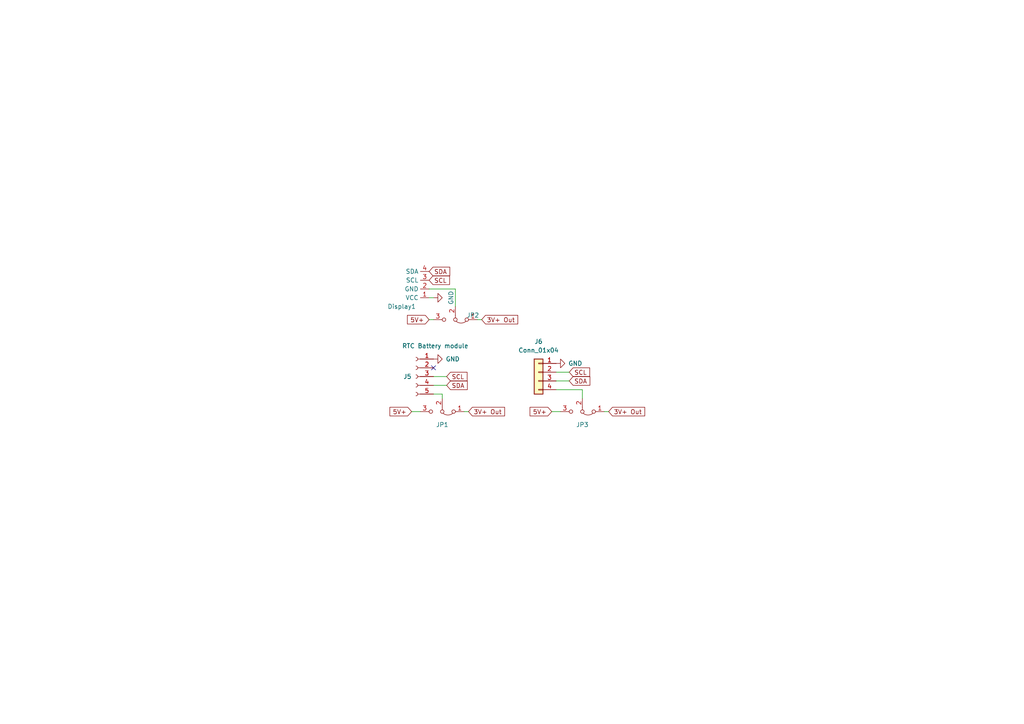
<source format=kicad_sch>
(kicad_sch (version 20211123) (generator eeschema)
  (paper "A4")
  (lib_symbols
    (symbol "Connector:Conn_01x05_Female" (pin_names (offset 1.016) hide)
      (property "Reference" "J" (at 0 7.62 0))
      (property "Value" "Conn_01x05_Female" (at 0 -7.62 0))
      (symbol "Conn_01x05_Female_1_1"
        (arc (start 0 -4.572) (mid -0.508 -5.08) (end 0 -5.588) (stroke (width 0.1524)))
        (arc (start 0 -2.032) (mid -0.508 -2.54) (end 0 -3.048) (stroke (width 0.1524)))
        (polyline (pts (xy -1.27 -5.08) (xy -0.508 -5.08)) (stroke (width 0.1524)))
        (polyline (pts (xy -1.27 -2.54) (xy -0.508 -2.54)) (stroke (width 0.1524)))
        (polyline (pts (xy -1.27 0) (xy -0.508 0)) (stroke (width 0.1524)))
        (polyline (pts (xy -1.27 2.54) (xy -0.508 2.54)) (stroke (width 0.1524)))
        (polyline (pts (xy -1.27 5.08) (xy -0.508 5.08)) (stroke (width 0.1524)))
        (arc (start 0 0.508) (mid -0.508 0) (end 0 -0.508) (stroke (width 0.1524)))
        (arc (start 0 3.048) (mid -0.508 2.54) (end 0 2.032) (stroke (width 0.1524)))
        (arc (start 0 5.588) (mid -0.508 5.08) (end 0 4.572) (stroke (width 0.1524)))
        (pin passive line (at -5.08 5.08 0) (length 3.81) (name "Pin_1") (number "1"))
        (pin passive line (at -5.08 2.54 0) (length 3.81) (name "Pin_2") (number "2"))
        (pin passive line (at -5.08 0 0) (length 3.81) (name "Pin_3") (number "3"))
        (pin passive line (at -5.08 -2.54 0) (length 3.81) (name "Pin_4") (number "4"))
        (pin passive line (at -5.08 -5.08 0) (length 3.81) (name "Pin_5") (number "5"))
      )
    )
    (symbol "Connector_Generic:Conn_01x04" (pin_names (offset 1.016) hide)
      (property "Reference" "J" (at 0 5.08 0))
      (property "Value" "Conn_01x04" (at 0 -7.62 0))
      (symbol "Conn_01x04_1_1"
        (rectangle (start -1.27 -4.953) (end 0 -5.207) (stroke (width 0.1524)))
        (rectangle (start -1.27 -2.413) (end 0 -2.667) (stroke (width 0.1524)))
        (rectangle (start -1.27 0.127) (end 0 -0.127) (stroke (width 0.1524)))
        (rectangle (start -1.27 2.667) (end 0 2.413) (stroke (width 0.1524)))
        (rectangle (start -1.27 3.81) (end 1.27 -6.35) (stroke (width 0.254)) (fill (type background)))
        (pin passive line (at -5.08 2.54 0) (length 3.81) (name "Pin_1") (number "1"))
        (pin passive line (at -5.08 0 0) (length 3.81) (name "Pin_2") (number "2"))
        (pin passive line (at -5.08 -2.54 0) (length 3.81) (name "Pin_3") (number "3"))
        (pin passive line (at -5.08 -5.08 0) (length 3.81) (name "Pin_4") (number "4"))
      )
    )
    (symbol "Jumper:Jumper_3_Bridged12" (pin_names (offset 0) hide)
      (property "Reference" "JP" (at -2.54 -2.54 0))
      (property "Value" "Jumper_3_Bridged12" (at 0 2.794 0))
      (symbol "Jumper_3_Bridged12_0_0"
        (circle (center -3.302 0) (radius 0.508))
        (circle (center 0 0) (radius 0.508))
        (circle (center 3.302 0) (radius 0.508))
      )
      (symbol "Jumper_3_Bridged12_0_1"
        (arc (start -0.254 0.508) (mid -1.651 0.9912) (end -3.048 0.508))
        (polyline (pts (xy 0 -1.27) (xy 0 -0.508)))
      )
      (symbol "Jumper_3_Bridged12_1_1"
        (pin passive line (at -6.35 0 0) (length 2.54) (name "A") (number "1"))
        (pin passive line (at 0 -3.81 90) (length 2.54) (name "C") (number "2"))
        (pin passive line (at 6.35 0 180) (length 2.54) (name "B") (number "3"))
      )
    )
    (symbol "power:GND" (power) (pin_names (offset 0))
      (property "Value" "GND" (at 0 -3.81 0))
      (symbol "GND_0_1"
        (polyline (pts (xy 0 0) (xy 0 -1.27) (xy 1.27 -1.27) (xy 0 -2.54) (xy -1.27 -1.27) (xy 0 -1.27)))
      )
      (symbol "GND_1_1"
        (pin power_in line (at 0 0 270) (length 0) hide (name "GND") (number "1"))
      )
    )
    (symbol "win:i2c_display_oled_0.96"
      (property "Reference" "Display1" (at -2.54 12.7 0))
      (property "Value" "i2c_display_oled_0.96" (at 5.08 10.16 0))
      (symbol "i2c_display_oled_0.96_0_0"
        (pin power_in line (at 0 0 0) (length 2.54) (name "VCC") (number "1"))
        (pin unspecified line (at 0 -2.54 0) (length 2.54) (name "GND") (number "2"))
        (pin unspecified line (at 0 -5.08 0) (length 2.54) (name "SCL") (number "3"))
        (pin unspecified line (at 0 -7.62 0) (length 2.54) (name "SDA") (number "4"))
      )
    )
  )
  (no_connect (at 125.73 106.68))
  (wire (pts (xy 125.73 111.76) (xy 129.54 111.76)))
  (wire (pts (xy 128.27 115.57) (xy 128.27 114.3)))
  (wire (pts (xy 124.46 83.82) (xy 132.08 83.82)))
  (wire (pts (xy 176.53 119.38) (xy 175.26 119.38)))
  (wire (pts (xy 161.29 107.95) (xy 165.1 107.95)))
  (wire (pts (xy 161.29 110.49) (xy 165.1 110.49)))
  (wire (pts (xy 119.38 119.38) (xy 121.92 119.38)))
  (wire (pts (xy 135.89 119.38) (xy 134.62 119.38)))
  (wire (pts (xy 125.73 109.22) (xy 129.54 109.22)))
  (wire (pts (xy 168.91 113.03) (xy 161.29 113.03)))
  (wire (pts (xy 132.08 83.82) (xy 132.08 88.9)))
  (wire (pts (xy 128.27 114.3) (xy 125.73 114.3)))
  (wire (pts (xy 168.91 115.57) (xy 168.91 113.03)))
  (wire (pts (xy 125.73 86.36) (xy 124.46 86.36)))
  (wire (pts (xy 124.46 92.71) (xy 125.73 92.71)))
  (wire (pts (xy 139.7 92.71) (xy 138.43 92.71)))
  (wire (pts (xy 160.02 119.38) (xy 162.56 119.38)))
  (global_label "3V+ Out" (shape input) (at 135.89 119.38 0) (property "Intersheet References" "${INTERSHEET_REFS}" (effects hide)))
  (global_label "3V+ Out" (shape input) (at 176.53 119.38 0) (property "Intersheet References" "${INTERSHEET_REFS}" (effects hide)))
  (global_label "SCL" (shape input) (at 165.1 107.95 0) (property "Intersheet References" "${INTERSHEET_REFS}" (effects hide)))
  (global_label "3V+ Out" (shape input) (at 139.7 92.71 0) (property "Intersheet References" "${INTERSHEET_REFS}" (effects hide)))
  (global_label "SCL" (shape input) (at 124.46 81.28 0) (property "Intersheet References" "${INTERSHEET_REFS}" (effects hide)))
  (global_label "SCL" (shape input) (at 129.54 109.22 0) (property "Intersheet References" "${INTERSHEET_REFS}" (effects hide)))
  (global_label "SDA" (shape input) (at 124.46 78.74 0) (property "Intersheet References" "${INTERSHEET_REFS}" (effects hide)))
  (global_label "5V+" (shape input) (at 119.38 119.38 180) (property "Intersheet References" "${INTERSHEET_REFS}" (effects hide)))
  (global_label "5V+" (shape input) (at 124.46 92.71 180) (property "Intersheet References" "${INTERSHEET_REFS}" (effects hide)))
  (global_label "SDA" (shape input) (at 129.54 111.76 0) (property "Intersheet References" "${INTERSHEET_REFS}" (effects hide)))
  (global_label "SDA" (shape input) (at 165.1 110.49 0) (property "Intersheet References" "${INTERSHEET_REFS}" (effects hide)))
  (global_label "5V+" (shape input) (at 160.02 119.38 180) (property "Intersheet References" "${INTERSHEET_REFS}" (effects hide)))
  (symbol (lib_id "Connector:Conn_01x05_Female") (at 120.65 109.22 0) (mirror y) (unit 1)
    (property "Reference" "J5" (at 119.38 109.22 0) (effects (justify left)))
    (property "Value" "RTC Battery module" (at 135.89 100.33 0) (effects (justify left)))
    (property "Footprint" "Connector_PinHeader_2.54mm:PinHeader_1x05_P2.54mm_Vertical" (effects hide))
    (property "buy" "https://www.makershop.de/raspberry-pi/zubehoer-raspberry-pi/rtc-ds3231/" (effects hide))
  )
  (symbol (lib_id "Jumper:Jumper_3_Bridged12") (at 132.08 92.71 180) (unit 1)
    (property "Reference" "JP2" (at 137.16 91.44 0))
    (property "Value" "Jumper_3_Bridged12" (effects hide))
    (property "Footprint" "Connector_PinHeader_2.54mm:PinHeader_1x03_P2.54mm_Vertical" (effects hide))
  )
  (symbol (lib_id "Connector_Generic:Conn_01x04") (at 156.21 107.95 0) (mirror y) (unit 1)
    (property "Reference" "J6" (at 156.21 99.06 0))
    (property "Value" "Conn_01x04" (at 156.21 101.6 0))
    (property "Footprint" "Connector_PinHeader_2.54mm:PinHeader_1x04_P2.54mm_Vertical" (effects hide))
  )
  (symbol (lib_id "power:GND") (at 125.73 104.14 90) (unit 1)
    (property "Reference" "#PWR0103" (effects hide))
    (property "Value" "GND" (at 133.35 104.14 90) (effects (justify left)))
  )
  (symbol (lib_id "win:i2c_display_oled_0.96") (at 124.46 86.36 180) (unit 1)
    (property "Reference" "Display1" (at 120.65 88.9 0) (effects (justify left)))
    (property "Value" "i2c_display_oled_0.96" (effects hide))
    (property "Footprint" "kicad-footprints-master-2:OLED_SSD1306_I2C_0.96" (effects hide))
    (property "buy" "https://www.az-delivery.de/en/products/0-96zolldisplay" (effects hide))
  )
  (symbol (lib_id "power:GND") (at 125.73 86.36 90) (unit 1)
    (property "Reference" "#PWR0101" (effects hide))
    (property "Value" "GND" (at 130.81 86.36 0))
  )
  (symbol (lib_id "Jumper:Jumper_3_Bridged12") (at 128.27 119.38 180) (unit 1)
    (property "Reference" "JP1" (at 128.27 123.19 0))
    (property "Value" "Jumper_3_Bridged12" (effects hide))
    (property "Footprint" "Connector_PinHeader_2.54mm:PinHeader_1x03_P2.54mm_Vertical" (effects hide))
  )
  (symbol (lib_id "Jumper:Jumper_3_Bridged12") (at 168.91 119.38 180) (unit 1)
    (property "Reference" "JP3" (at 168.91 123.19 0))
    (property "Value" "Jumper_3_Bridged12" (effects hide))
    (property "Footprint" "Connector_PinHeader_2.54mm:PinHeader_1x03_P2.54mm_Vertical" (effects hide))
  )
  (symbol (lib_id "power:GND") (at 161.29 105.41 90) (unit 1)
    (property "Reference" "#PWR0102" (effects hide))
    (property "Value" "GND" (at 168.91 105.41 90) (effects (justify left)))
  )
)
</source>
